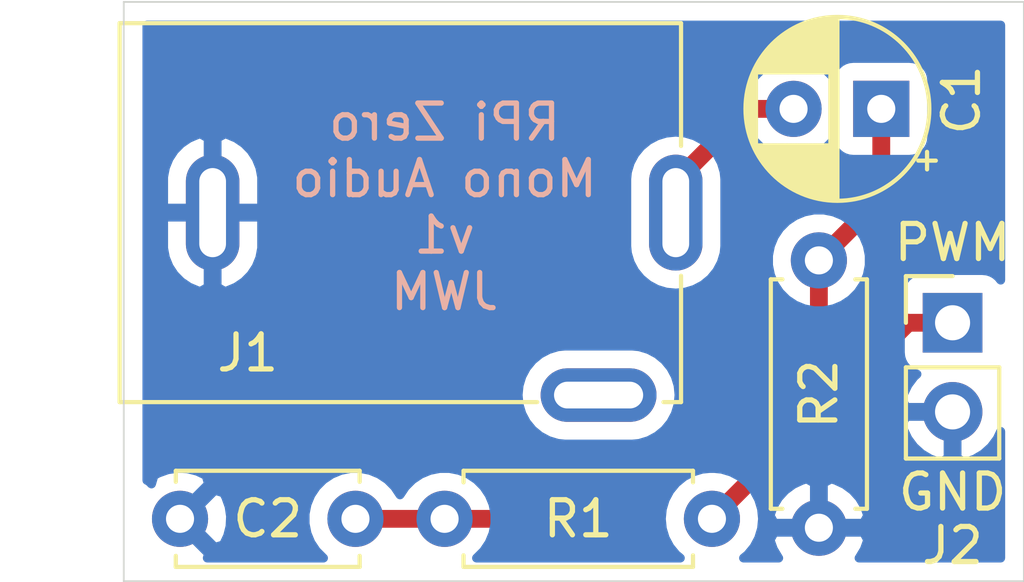
<source format=kicad_pcb>
(kicad_pcb (version 20171130) (host pcbnew "(5.1.2-1)-1")

  (general
    (thickness 1.6)
    (drawings 7)
    (tracks 12)
    (zones 0)
    (modules 6)
    (nets 6)
  )

  (page A4)
  (layers
    (0 F.Cu signal)
    (31 B.Cu signal)
    (32 B.Adhes user)
    (33 F.Adhes user)
    (34 B.Paste user)
    (35 F.Paste user)
    (36 B.SilkS user)
    (37 F.SilkS user)
    (38 B.Mask user)
    (39 F.Mask user)
    (40 Dwgs.User user)
    (41 Cmts.User user)
    (42 Eco1.User user)
    (43 Eco2.User user)
    (44 Edge.Cuts user)
    (45 Margin user)
    (46 B.CrtYd user)
    (47 F.CrtYd user)
    (48 B.Fab user)
    (49 F.Fab user)
  )

  (setup
    (last_trace_width 0.25)
    (trace_clearance 0.2)
    (zone_clearance 0.508)
    (zone_45_only no)
    (trace_min 0.2)
    (via_size 0.8)
    (via_drill 0.4)
    (via_min_size 0.4)
    (via_min_drill 0.3)
    (uvia_size 0.3)
    (uvia_drill 0.1)
    (uvias_allowed no)
    (uvia_min_size 0.2)
    (uvia_min_drill 0.1)
    (edge_width 0.05)
    (segment_width 0.2)
    (pcb_text_width 0.3)
    (pcb_text_size 1.5 1.5)
    (mod_edge_width 0.12)
    (mod_text_size 1 1)
    (mod_text_width 0.15)
    (pad_size 1.524 1.524)
    (pad_drill 0.762)
    (pad_to_mask_clearance 0.051)
    (solder_mask_min_width 0.25)
    (aux_axis_origin 0 0)
    (visible_elements FFFFFF7F)
    (pcbplotparams
      (layerselection 0x010f0_ffffffff)
      (usegerberextensions true)
      (usegerberattributes false)
      (usegerberadvancedattributes false)
      (creategerberjobfile false)
      (excludeedgelayer true)
      (linewidth 0.100000)
      (plotframeref false)
      (viasonmask false)
      (mode 1)
      (useauxorigin false)
      (hpglpennumber 1)
      (hpglpenspeed 20)
      (hpglpendiameter 15.000000)
      (psnegative false)
      (psa4output false)
      (plotreference true)
      (plotvalue false)
      (plotinvisibletext false)
      (padsonsilk false)
      (subtractmaskfromsilk true)
      (outputformat 1)
      (mirror false)
      (drillshape 0)
      (scaleselection 1)
      (outputdirectory "gerbers/"))
  )

  (net 0 "")
  (net 1 "Net-(C1-Pad2)")
  (net 2 "Net-(C1-Pad1)")
  (net 3 GND)
  (net 4 "Net-(J1-PadTN)")
  (net 5 /PWM)

  (net_class Default "This is the default net class."
    (clearance 0.2)
    (trace_width 0.25)
    (via_dia 0.8)
    (via_drill 0.4)
    (uvia_dia 0.3)
    (uvia_drill 0.1)
    (add_net /PWM)
    (add_net GND)
    (add_net "Net-(C1-Pad1)")
    (add_net "Net-(C1-Pad2)")
    (add_net "Net-(J1-PadTN)")
  )

  (module jwm_kicad_footprints_misc:Jack_3.5mm_QingPu_WQP-PJ302M_Horizontal (layer F.Cu) (tedit 5CB4115F) (tstamp 5CBB91AE)
    (at 149.361225 88.301)
    (descr "TRS 3.5mm, horizontal, PCB mount, WQP-PJ302M, (http://www.qingpu-electronics.com/en/products/WQP-PJ302M-57.html)")
    (tags "WQP-PJ302M TRS 3.5mm mono horizontal qingpu jack")
    (path /5CBAD191)
    (fp_text reference J1 (at -4.35 4) (layer F.SilkS)
      (effects (font (size 1 1) (thickness 0.15)))
    )
    (fp_text value AudioJack2_SwitchT (at 0.25 -4.25) (layer F.Fab)
      (effects (font (size 1 1) (thickness 0.15)))
    )
    (fp_line (start 3.5 6.5) (end 3.5 5) (layer B.CrtYd) (width 0.12))
    (fp_line (start 8 6.5) (end 3.5 6.5) (layer B.CrtYd) (width 0.12))
    (fp_line (start 8 4) (end 8 6.5) (layer B.CrtYd) (width 0.12))
    (fp_line (start 3.5 4) (end 8 4) (layer B.CrtYd) (width 0.12))
    (fp_line (start 3.5 5) (end 3.5 4) (layer B.CrtYd) (width 0.12))
    (fp_line (start 6.5 2) (end 6.5 0) (layer B.CrtYd) (width 0.12))
    (fp_line (start 9 2) (end 6.5 2) (layer B.CrtYd) (width 0.12))
    (fp_line (start 9 -2) (end 9 2) (layer B.CrtYd) (width 0.12))
    (fp_line (start 6.5 -2) (end 9 -2) (layer B.CrtYd) (width 0.12))
    (fp_line (start 6.5 0) (end 6.5 -2) (layer B.CrtYd) (width 0.12))
    (fp_line (start -6.5 2) (end -6.5 -1) (layer B.CrtYd) (width 0.12))
    (fp_line (start -4 2) (end -6.5 2) (layer B.CrtYd) (width 0.12))
    (fp_line (start -4 -2) (end -4 2) (layer B.CrtYd) (width 0.12))
    (fp_line (start -6.5 -2) (end -4 -2) (layer B.CrtYd) (width 0.12))
    (fp_line (start -6.5 -1) (end -6.5 -2) (layer B.CrtYd) (width 0.12))
    (fp_line (start 9 6.5) (end 9 0) (layer F.CrtYd) (width 0.12))
    (fp_line (start -8.5 6.5) (end 9 6.5) (layer F.CrtYd) (width 0.12))
    (fp_line (start -8.5 -6) (end -8.5 6.5) (layer F.CrtYd) (width 0.12))
    (fp_line (start 9 -6) (end -8.5 -6) (layer F.CrtYd) (width 0.12))
    (fp_line (start 9 0) (end 9 -6) (layer F.CrtYd) (width 0.12))
    (fp_line (start 3.9 5.4) (end -8 5.4) (layer F.SilkS) (width 0.12))
    (fp_line (start 8 5.4) (end 7.5 5.4) (layer F.SilkS) (width 0.12))
    (fp_line (start 8 1.8) (end 8 5.4) (layer F.SilkS) (width 0.12))
    (fp_line (start 8 -5.4) (end 8 -1.9) (layer F.SilkS) (width 0.12))
    (fp_line (start -8 -5.4) (end 8 -5.4) (layer F.SilkS) (width 0.12))
    (fp_line (start -8 5.4) (end -8 -5.4) (layer F.SilkS) (width 0.12))
    (fp_line (start -7.85 -5.2) (end -7.85 5.2) (layer F.Fab) (width 0.12))
    (fp_line (start 7.85 -5.2) (end -7.85 -5.2) (layer F.Fab) (width 0.12))
    (fp_line (start 7.85 5.2) (end 7.85 -5.2) (layer F.Fab) (width 0.12))
    (fp_line (start -7.85 5.2) (end 7.85 5.2) (layer F.Fab) (width 0.12))
    (fp_line (start -10.85 3) (end -11.35 -3) (layer Dwgs.User) (width 0.12))
    (fp_line (start -10.35 3) (end -10.85 3) (layer Dwgs.User) (width 0.12))
    (fp_line (start -10.85 -3) (end -10.35 3) (layer Dwgs.User) (width 0.12))
    (fp_line (start -10.35 -3) (end -10.85 -3) (layer Dwgs.User) (width 0.12))
    (fp_line (start -9.85 3) (end -10.35 -3) (layer Dwgs.User) (width 0.12))
    (fp_line (start -9.35 3) (end -9.85 3) (layer Dwgs.User) (width 0.12))
    (fp_line (start -9.85 -3) (end -9.35 3) (layer Dwgs.User) (width 0.12))
    (fp_line (start -9.35 -3) (end -9.85 -3) (layer Dwgs.User) (width 0.12))
    (fp_line (start -8.85 3) (end -9.35 -3) (layer Dwgs.User) (width 0.12))
    (fp_line (start -8.35 3) (end -8.85 3) (layer Dwgs.User) (width 0.12))
    (fp_line (start -8.85 -3) (end -8.35 3) (layer Dwgs.User) (width 0.12))
    (fp_line (start -8.35 -3) (end -8.85 -3) (layer Dwgs.User) (width 0.12))
    (fp_line (start -7.85 3) (end -8.35 -3) (layer Dwgs.User) (width 0.12))
    (fp_line (start -7.85 -3) (end -7.85 3) (layer Dwgs.User) (width 0.12))
    (fp_line (start -11.35 -3) (end -7.85 -3) (layer Dwgs.User) (width 0.12))
    (fp_line (start -11.35 3) (end -11.35 -3) (layer Dwgs.User) (width 0.12))
    (fp_line (start -7.85 3) (end -11.35 3) (layer Dwgs.User) (width 0.12))
    (pad S thru_hole oval (at -5.35 0) (size 1.524 3.302) (drill oval 0.762 2.54) (layers *.Cu *.Mask)
      (net 3 GND))
    (pad TN thru_hole oval (at 5.65 5.2) (size 3.302 1.524) (drill oval 2.54 0.762) (layers *.Cu *.Mask)
      (net 4 "Net-(J1-PadTN)"))
    (pad T thru_hole oval (at 7.85 0) (size 1.524 3.302) (drill oval 0.762 2.54) (layers *.Cu *.Mask)
      (net 1 "Net-(C1-Pad2)"))
  )

  (module Resistor_THT:R_Axial_DIN0207_L6.3mm_D2.5mm_P7.62mm_Horizontal (layer F.Cu) (tedit 5AE5139B) (tstamp 5CBB91F2)
    (at 161.29 89.662 270)
    (descr "Resistor, Axial_DIN0207 series, Axial, Horizontal, pin pitch=7.62mm, 0.25W = 1/4W, length*diameter=6.3*2.5mm^2, http://cdn-reichelt.de/documents/datenblatt/B400/1_4W%23YAG.pdf")
    (tags "Resistor Axial_DIN0207 series Axial Horizontal pin pitch 7.62mm 0.25W = 1/4W length 6.3mm diameter 2.5mm")
    (path /5CBAACD9)
    (fp_text reference R2 (at 3.81 0 270) (layer F.SilkS)
      (effects (font (size 1 1) (thickness 0.15)))
    )
    (fp_text value 150R (at 3.81 0 270) (layer F.Fab)
      (effects (font (size 1 1) (thickness 0.15)))
    )
    (fp_text user %R (at 3.81 0 270) (layer F.Fab)
      (effects (font (size 1 1) (thickness 0.15)))
    )
    (fp_line (start 8.67 -1.5) (end -1.05 -1.5) (layer F.CrtYd) (width 0.05))
    (fp_line (start 8.67 1.5) (end 8.67 -1.5) (layer F.CrtYd) (width 0.05))
    (fp_line (start -1.05 1.5) (end 8.67 1.5) (layer F.CrtYd) (width 0.05))
    (fp_line (start -1.05 -1.5) (end -1.05 1.5) (layer F.CrtYd) (width 0.05))
    (fp_line (start 7.08 1.37) (end 7.08 1.04) (layer F.SilkS) (width 0.12))
    (fp_line (start 0.54 1.37) (end 7.08 1.37) (layer F.SilkS) (width 0.12))
    (fp_line (start 0.54 1.04) (end 0.54 1.37) (layer F.SilkS) (width 0.12))
    (fp_line (start 7.08 -1.37) (end 7.08 -1.04) (layer F.SilkS) (width 0.12))
    (fp_line (start 0.54 -1.37) (end 7.08 -1.37) (layer F.SilkS) (width 0.12))
    (fp_line (start 0.54 -1.04) (end 0.54 -1.37) (layer F.SilkS) (width 0.12))
    (fp_line (start 7.62 0) (end 6.96 0) (layer F.Fab) (width 0.1))
    (fp_line (start 0 0) (end 0.66 0) (layer F.Fab) (width 0.1))
    (fp_line (start 6.96 -1.25) (end 0.66 -1.25) (layer F.Fab) (width 0.1))
    (fp_line (start 6.96 1.25) (end 6.96 -1.25) (layer F.Fab) (width 0.1))
    (fp_line (start 0.66 1.25) (end 6.96 1.25) (layer F.Fab) (width 0.1))
    (fp_line (start 0.66 -1.25) (end 0.66 1.25) (layer F.Fab) (width 0.1))
    (pad 2 thru_hole oval (at 7.62 0 270) (size 1.6 1.6) (drill 0.8) (layers *.Cu *.Mask)
      (net 3 GND))
    (pad 1 thru_hole circle (at 0 0 270) (size 1.6 1.6) (drill 0.8) (layers *.Cu *.Mask)
      (net 2 "Net-(C1-Pad1)"))
    (model ${KISYS3DMOD}/Resistor_THT.3dshapes/R_Axial_DIN0207_L6.3mm_D2.5mm_P7.62mm_Horizontal.wrl
      (at (xyz 0 0 0))
      (scale (xyz 1 1 1))
      (rotate (xyz 0 0 0))
    )
  )

  (module Resistor_THT:R_Axial_DIN0207_L6.3mm_D2.5mm_P7.62mm_Horizontal (layer F.Cu) (tedit 5AE5139B) (tstamp 5CBB91DB)
    (at 150.622 97.028)
    (descr "Resistor, Axial_DIN0207 series, Axial, Horizontal, pin pitch=7.62mm, 0.25W = 1/4W, length*diameter=6.3*2.5mm^2, http://cdn-reichelt.de/documents/datenblatt/B400/1_4W%23YAG.pdf")
    (tags "Resistor Axial_DIN0207 series Axial Horizontal pin pitch 7.62mm 0.25W = 1/4W length 6.3mm diameter 2.5mm")
    (path /5CBA9751)
    (fp_text reference R1 (at 3.81 0) (layer F.SilkS)
      (effects (font (size 1 1) (thickness 0.15)))
    )
    (fp_text value 270R (at 3.81 0) (layer F.Fab)
      (effects (font (size 1 1) (thickness 0.15)))
    )
    (fp_text user %R (at 3.81 0) (layer F.Fab)
      (effects (font (size 1 1) (thickness 0.15)))
    )
    (fp_line (start 8.67 -1.5) (end -1.05 -1.5) (layer F.CrtYd) (width 0.05))
    (fp_line (start 8.67 1.5) (end 8.67 -1.5) (layer F.CrtYd) (width 0.05))
    (fp_line (start -1.05 1.5) (end 8.67 1.5) (layer F.CrtYd) (width 0.05))
    (fp_line (start -1.05 -1.5) (end -1.05 1.5) (layer F.CrtYd) (width 0.05))
    (fp_line (start 7.08 1.37) (end 7.08 1.04) (layer F.SilkS) (width 0.12))
    (fp_line (start 0.54 1.37) (end 7.08 1.37) (layer F.SilkS) (width 0.12))
    (fp_line (start 0.54 1.04) (end 0.54 1.37) (layer F.SilkS) (width 0.12))
    (fp_line (start 7.08 -1.37) (end 7.08 -1.04) (layer F.SilkS) (width 0.12))
    (fp_line (start 0.54 -1.37) (end 7.08 -1.37) (layer F.SilkS) (width 0.12))
    (fp_line (start 0.54 -1.04) (end 0.54 -1.37) (layer F.SilkS) (width 0.12))
    (fp_line (start 7.62 0) (end 6.96 0) (layer F.Fab) (width 0.1))
    (fp_line (start 0 0) (end 0.66 0) (layer F.Fab) (width 0.1))
    (fp_line (start 6.96 -1.25) (end 0.66 -1.25) (layer F.Fab) (width 0.1))
    (fp_line (start 6.96 1.25) (end 6.96 -1.25) (layer F.Fab) (width 0.1))
    (fp_line (start 0.66 1.25) (end 6.96 1.25) (layer F.Fab) (width 0.1))
    (fp_line (start 0.66 -1.25) (end 0.66 1.25) (layer F.Fab) (width 0.1))
    (pad 2 thru_hole oval (at 7.62 0) (size 1.6 1.6) (drill 0.8) (layers *.Cu *.Mask)
      (net 5 /PWM))
    (pad 1 thru_hole circle (at 0 0) (size 1.6 1.6) (drill 0.8) (layers *.Cu *.Mask)
      (net 2 "Net-(C1-Pad1)"))
    (model ${KISYS3DMOD}/Resistor_THT.3dshapes/R_Axial_DIN0207_L6.3mm_D2.5mm_P7.62mm_Horizontal.wrl
      (at (xyz 0 0 0))
      (scale (xyz 1 1 1))
      (rotate (xyz 0 0 0))
    )
  )

  (module Connector_PinHeader_2.54mm:PinHeader_1x02_P2.54mm_Vertical (layer F.Cu) (tedit 59FED5CC) (tstamp 5CBB91C4)
    (at 165.1 91.44)
    (descr "Through hole straight pin header, 1x02, 2.54mm pitch, single row")
    (tags "Through hole pin header THT 1x02 2.54mm single row")
    (path /5CBB3BFC)
    (fp_text reference J2 (at 0 6.35) (layer F.SilkS)
      (effects (font (size 1 1) (thickness 0.15)))
    )
    (fp_text value Conn_01x02 (at 0 4.87) (layer F.Fab) hide
      (effects (font (size 1 1) (thickness 0.15)))
    )
    (fp_text user %R (at 0 1.27 90) (layer F.Fab)
      (effects (font (size 1 1) (thickness 0.15)))
    )
    (fp_line (start 1.8 -1.8) (end -1.8 -1.8) (layer F.CrtYd) (width 0.05))
    (fp_line (start 1.8 4.35) (end 1.8 -1.8) (layer F.CrtYd) (width 0.05))
    (fp_line (start -1.8 4.35) (end 1.8 4.35) (layer F.CrtYd) (width 0.05))
    (fp_line (start -1.8 -1.8) (end -1.8 4.35) (layer F.CrtYd) (width 0.05))
    (fp_line (start -1.33 -1.33) (end 0 -1.33) (layer F.SilkS) (width 0.12))
    (fp_line (start -1.33 0) (end -1.33 -1.33) (layer F.SilkS) (width 0.12))
    (fp_line (start -1.33 1.27) (end 1.33 1.27) (layer F.SilkS) (width 0.12))
    (fp_line (start 1.33 1.27) (end 1.33 3.87) (layer F.SilkS) (width 0.12))
    (fp_line (start -1.33 1.27) (end -1.33 3.87) (layer F.SilkS) (width 0.12))
    (fp_line (start -1.33 3.87) (end 1.33 3.87) (layer F.SilkS) (width 0.12))
    (fp_line (start -1.27 -0.635) (end -0.635 -1.27) (layer F.Fab) (width 0.1))
    (fp_line (start -1.27 3.81) (end -1.27 -0.635) (layer F.Fab) (width 0.1))
    (fp_line (start 1.27 3.81) (end -1.27 3.81) (layer F.Fab) (width 0.1))
    (fp_line (start 1.27 -1.27) (end 1.27 3.81) (layer F.Fab) (width 0.1))
    (fp_line (start -0.635 -1.27) (end 1.27 -1.27) (layer F.Fab) (width 0.1))
    (pad 2 thru_hole oval (at 0 2.54) (size 1.7 1.7) (drill 1) (layers *.Cu *.Mask)
      (net 3 GND))
    (pad 1 thru_hole rect (at 0 0) (size 1.7 1.7) (drill 1) (layers *.Cu *.Mask)
      (net 5 /PWM))
    (model ${KISYS3DMOD}/Connector_PinHeader_2.54mm.3dshapes/PinHeader_1x02_P2.54mm_Horizontal.wrl
      (at (xyz 0 0 0))
      (scale (xyz 1 1 1))
      (rotate (xyz 0 0 0))
    )
  )

  (module Capacitor_THT:C_Disc_D5.0mm_W2.5mm_P5.00mm (layer F.Cu) (tedit 5AE50EF0) (tstamp 5CBB9178)
    (at 148.082 97.028 180)
    (descr "C, Disc series, Radial, pin pitch=5.00mm, , diameter*width=5*2.5mm^2, Capacitor, http://cdn-reichelt.de/documents/datenblatt/B300/DS_KERKO_TC.pdf")
    (tags "C Disc series Radial pin pitch 5.00mm  diameter 5mm width 2.5mm Capacitor")
    (path /5CBAB3ED)
    (fp_text reference C2 (at 2.5 0 180) (layer F.SilkS)
      (effects (font (size 1 1) (thickness 0.15)))
    )
    (fp_text value 0.33uF (at 2.5 0 180) (layer F.Fab)
      (effects (font (size 1 1) (thickness 0.15)))
    )
    (fp_text user %R (at 2.5 0 180) (layer F.Fab)
      (effects (font (size 1 1) (thickness 0.15)))
    )
    (fp_line (start 6.05 -1.5) (end -1.05 -1.5) (layer F.CrtYd) (width 0.05))
    (fp_line (start 6.05 1.5) (end 6.05 -1.5) (layer F.CrtYd) (width 0.05))
    (fp_line (start -1.05 1.5) (end 6.05 1.5) (layer F.CrtYd) (width 0.05))
    (fp_line (start -1.05 -1.5) (end -1.05 1.5) (layer F.CrtYd) (width 0.05))
    (fp_line (start 5.12 1.055) (end 5.12 1.37) (layer F.SilkS) (width 0.12))
    (fp_line (start 5.12 -1.37) (end 5.12 -1.055) (layer F.SilkS) (width 0.12))
    (fp_line (start -0.12 1.055) (end -0.12 1.37) (layer F.SilkS) (width 0.12))
    (fp_line (start -0.12 -1.37) (end -0.12 -1.055) (layer F.SilkS) (width 0.12))
    (fp_line (start -0.12 1.37) (end 5.12 1.37) (layer F.SilkS) (width 0.12))
    (fp_line (start -0.12 -1.37) (end 5.12 -1.37) (layer F.SilkS) (width 0.12))
    (fp_line (start 5 -1.25) (end 0 -1.25) (layer F.Fab) (width 0.1))
    (fp_line (start 5 1.25) (end 5 -1.25) (layer F.Fab) (width 0.1))
    (fp_line (start 0 1.25) (end 5 1.25) (layer F.Fab) (width 0.1))
    (fp_line (start 0 -1.25) (end 0 1.25) (layer F.Fab) (width 0.1))
    (pad 2 thru_hole circle (at 5 0 180) (size 1.6 1.6) (drill 0.8) (layers *.Cu *.Mask)
      (net 3 GND))
    (pad 1 thru_hole circle (at 0 0 180) (size 1.6 1.6) (drill 0.8) (layers *.Cu *.Mask)
      (net 2 "Net-(C1-Pad1)"))
    (model ${KISYS3DMOD}/Capacitor_THT.3dshapes/C_Disc_D5.0mm_W2.5mm_P5.00mm.wrl
      (at (xyz 0 0 0))
      (scale (xyz 1 1 1))
      (rotate (xyz 0 0 0))
    )
  )

  (module Capacitor_THT:CP_Radial_D5.0mm_P2.50mm (layer F.Cu) (tedit 5AE50EF0) (tstamp 5CBB9163)
    (at 163.068 85.344 180)
    (descr "CP, Radial series, Radial, pin pitch=2.50mm, , diameter=5mm, Electrolytic Capacitor")
    (tags "CP Radial series Radial pin pitch 2.50mm  diameter 5mm Electrolytic Capacitor")
    (path /5CBAC75B)
    (fp_text reference C1 (at -2.286 0.254 270) (layer F.SilkS)
      (effects (font (size 1 1) (thickness 0.15)))
    )
    (fp_text value 10uF (at 1.27 1.27 180) (layer F.Fab)
      (effects (font (size 1 1) (thickness 0.15)))
    )
    (fp_text user %R (at 1.25 0 180) (layer F.Fab)
      (effects (font (size 1 1) (thickness 0.15)))
    )
    (fp_line (start -1.304775 -1.725) (end -1.304775 -1.225) (layer F.SilkS) (width 0.12))
    (fp_line (start -1.554775 -1.475) (end -1.054775 -1.475) (layer F.SilkS) (width 0.12))
    (fp_line (start 3.851 -0.284) (end 3.851 0.284) (layer F.SilkS) (width 0.12))
    (fp_line (start 3.811 -0.518) (end 3.811 0.518) (layer F.SilkS) (width 0.12))
    (fp_line (start 3.771 -0.677) (end 3.771 0.677) (layer F.SilkS) (width 0.12))
    (fp_line (start 3.731 -0.805) (end 3.731 0.805) (layer F.SilkS) (width 0.12))
    (fp_line (start 3.691 -0.915) (end 3.691 0.915) (layer F.SilkS) (width 0.12))
    (fp_line (start 3.651 -1.011) (end 3.651 1.011) (layer F.SilkS) (width 0.12))
    (fp_line (start 3.611 -1.098) (end 3.611 1.098) (layer F.SilkS) (width 0.12))
    (fp_line (start 3.571 -1.178) (end 3.571 1.178) (layer F.SilkS) (width 0.12))
    (fp_line (start 3.531 1.04) (end 3.531 1.251) (layer F.SilkS) (width 0.12))
    (fp_line (start 3.531 -1.251) (end 3.531 -1.04) (layer F.SilkS) (width 0.12))
    (fp_line (start 3.491 1.04) (end 3.491 1.319) (layer F.SilkS) (width 0.12))
    (fp_line (start 3.491 -1.319) (end 3.491 -1.04) (layer F.SilkS) (width 0.12))
    (fp_line (start 3.451 1.04) (end 3.451 1.383) (layer F.SilkS) (width 0.12))
    (fp_line (start 3.451 -1.383) (end 3.451 -1.04) (layer F.SilkS) (width 0.12))
    (fp_line (start 3.411 1.04) (end 3.411 1.443) (layer F.SilkS) (width 0.12))
    (fp_line (start 3.411 -1.443) (end 3.411 -1.04) (layer F.SilkS) (width 0.12))
    (fp_line (start 3.371 1.04) (end 3.371 1.5) (layer F.SilkS) (width 0.12))
    (fp_line (start 3.371 -1.5) (end 3.371 -1.04) (layer F.SilkS) (width 0.12))
    (fp_line (start 3.331 1.04) (end 3.331 1.554) (layer F.SilkS) (width 0.12))
    (fp_line (start 3.331 -1.554) (end 3.331 -1.04) (layer F.SilkS) (width 0.12))
    (fp_line (start 3.291 1.04) (end 3.291 1.605) (layer F.SilkS) (width 0.12))
    (fp_line (start 3.291 -1.605) (end 3.291 -1.04) (layer F.SilkS) (width 0.12))
    (fp_line (start 3.251 1.04) (end 3.251 1.653) (layer F.SilkS) (width 0.12))
    (fp_line (start 3.251 -1.653) (end 3.251 -1.04) (layer F.SilkS) (width 0.12))
    (fp_line (start 3.211 1.04) (end 3.211 1.699) (layer F.SilkS) (width 0.12))
    (fp_line (start 3.211 -1.699) (end 3.211 -1.04) (layer F.SilkS) (width 0.12))
    (fp_line (start 3.171 1.04) (end 3.171 1.743) (layer F.SilkS) (width 0.12))
    (fp_line (start 3.171 -1.743) (end 3.171 -1.04) (layer F.SilkS) (width 0.12))
    (fp_line (start 3.131 1.04) (end 3.131 1.785) (layer F.SilkS) (width 0.12))
    (fp_line (start 3.131 -1.785) (end 3.131 -1.04) (layer F.SilkS) (width 0.12))
    (fp_line (start 3.091 1.04) (end 3.091 1.826) (layer F.SilkS) (width 0.12))
    (fp_line (start 3.091 -1.826) (end 3.091 -1.04) (layer F.SilkS) (width 0.12))
    (fp_line (start 3.051 1.04) (end 3.051 1.864) (layer F.SilkS) (width 0.12))
    (fp_line (start 3.051 -1.864) (end 3.051 -1.04) (layer F.SilkS) (width 0.12))
    (fp_line (start 3.011 1.04) (end 3.011 1.901) (layer F.SilkS) (width 0.12))
    (fp_line (start 3.011 -1.901) (end 3.011 -1.04) (layer F.SilkS) (width 0.12))
    (fp_line (start 2.971 1.04) (end 2.971 1.937) (layer F.SilkS) (width 0.12))
    (fp_line (start 2.971 -1.937) (end 2.971 -1.04) (layer F.SilkS) (width 0.12))
    (fp_line (start 2.931 1.04) (end 2.931 1.971) (layer F.SilkS) (width 0.12))
    (fp_line (start 2.931 -1.971) (end 2.931 -1.04) (layer F.SilkS) (width 0.12))
    (fp_line (start 2.891 1.04) (end 2.891 2.004) (layer F.SilkS) (width 0.12))
    (fp_line (start 2.891 -2.004) (end 2.891 -1.04) (layer F.SilkS) (width 0.12))
    (fp_line (start 2.851 1.04) (end 2.851 2.035) (layer F.SilkS) (width 0.12))
    (fp_line (start 2.851 -2.035) (end 2.851 -1.04) (layer F.SilkS) (width 0.12))
    (fp_line (start 2.811 1.04) (end 2.811 2.065) (layer F.SilkS) (width 0.12))
    (fp_line (start 2.811 -2.065) (end 2.811 -1.04) (layer F.SilkS) (width 0.12))
    (fp_line (start 2.771 1.04) (end 2.771 2.095) (layer F.SilkS) (width 0.12))
    (fp_line (start 2.771 -2.095) (end 2.771 -1.04) (layer F.SilkS) (width 0.12))
    (fp_line (start 2.731 1.04) (end 2.731 2.122) (layer F.SilkS) (width 0.12))
    (fp_line (start 2.731 -2.122) (end 2.731 -1.04) (layer F.SilkS) (width 0.12))
    (fp_line (start 2.691 1.04) (end 2.691 2.149) (layer F.SilkS) (width 0.12))
    (fp_line (start 2.691 -2.149) (end 2.691 -1.04) (layer F.SilkS) (width 0.12))
    (fp_line (start 2.651 1.04) (end 2.651 2.175) (layer F.SilkS) (width 0.12))
    (fp_line (start 2.651 -2.175) (end 2.651 -1.04) (layer F.SilkS) (width 0.12))
    (fp_line (start 2.611 1.04) (end 2.611 2.2) (layer F.SilkS) (width 0.12))
    (fp_line (start 2.611 -2.2) (end 2.611 -1.04) (layer F.SilkS) (width 0.12))
    (fp_line (start 2.571 1.04) (end 2.571 2.224) (layer F.SilkS) (width 0.12))
    (fp_line (start 2.571 -2.224) (end 2.571 -1.04) (layer F.SilkS) (width 0.12))
    (fp_line (start 2.531 1.04) (end 2.531 2.247) (layer F.SilkS) (width 0.12))
    (fp_line (start 2.531 -2.247) (end 2.531 -1.04) (layer F.SilkS) (width 0.12))
    (fp_line (start 2.491 1.04) (end 2.491 2.268) (layer F.SilkS) (width 0.12))
    (fp_line (start 2.491 -2.268) (end 2.491 -1.04) (layer F.SilkS) (width 0.12))
    (fp_line (start 2.451 1.04) (end 2.451 2.29) (layer F.SilkS) (width 0.12))
    (fp_line (start 2.451 -2.29) (end 2.451 -1.04) (layer F.SilkS) (width 0.12))
    (fp_line (start 2.411 1.04) (end 2.411 2.31) (layer F.SilkS) (width 0.12))
    (fp_line (start 2.411 -2.31) (end 2.411 -1.04) (layer F.SilkS) (width 0.12))
    (fp_line (start 2.371 1.04) (end 2.371 2.329) (layer F.SilkS) (width 0.12))
    (fp_line (start 2.371 -2.329) (end 2.371 -1.04) (layer F.SilkS) (width 0.12))
    (fp_line (start 2.331 1.04) (end 2.331 2.348) (layer F.SilkS) (width 0.12))
    (fp_line (start 2.331 -2.348) (end 2.331 -1.04) (layer F.SilkS) (width 0.12))
    (fp_line (start 2.291 1.04) (end 2.291 2.365) (layer F.SilkS) (width 0.12))
    (fp_line (start 2.291 -2.365) (end 2.291 -1.04) (layer F.SilkS) (width 0.12))
    (fp_line (start 2.251 1.04) (end 2.251 2.382) (layer F.SilkS) (width 0.12))
    (fp_line (start 2.251 -2.382) (end 2.251 -1.04) (layer F.SilkS) (width 0.12))
    (fp_line (start 2.211 1.04) (end 2.211 2.398) (layer F.SilkS) (width 0.12))
    (fp_line (start 2.211 -2.398) (end 2.211 -1.04) (layer F.SilkS) (width 0.12))
    (fp_line (start 2.171 1.04) (end 2.171 2.414) (layer F.SilkS) (width 0.12))
    (fp_line (start 2.171 -2.414) (end 2.171 -1.04) (layer F.SilkS) (width 0.12))
    (fp_line (start 2.131 1.04) (end 2.131 2.428) (layer F.SilkS) (width 0.12))
    (fp_line (start 2.131 -2.428) (end 2.131 -1.04) (layer F.SilkS) (width 0.12))
    (fp_line (start 2.091 1.04) (end 2.091 2.442) (layer F.SilkS) (width 0.12))
    (fp_line (start 2.091 -2.442) (end 2.091 -1.04) (layer F.SilkS) (width 0.12))
    (fp_line (start 2.051 1.04) (end 2.051 2.455) (layer F.SilkS) (width 0.12))
    (fp_line (start 2.051 -2.455) (end 2.051 -1.04) (layer F.SilkS) (width 0.12))
    (fp_line (start 2.011 1.04) (end 2.011 2.468) (layer F.SilkS) (width 0.12))
    (fp_line (start 2.011 -2.468) (end 2.011 -1.04) (layer F.SilkS) (width 0.12))
    (fp_line (start 1.971 1.04) (end 1.971 2.48) (layer F.SilkS) (width 0.12))
    (fp_line (start 1.971 -2.48) (end 1.971 -1.04) (layer F.SilkS) (width 0.12))
    (fp_line (start 1.93 1.04) (end 1.93 2.491) (layer F.SilkS) (width 0.12))
    (fp_line (start 1.93 -2.491) (end 1.93 -1.04) (layer F.SilkS) (width 0.12))
    (fp_line (start 1.89 1.04) (end 1.89 2.501) (layer F.SilkS) (width 0.12))
    (fp_line (start 1.89 -2.501) (end 1.89 -1.04) (layer F.SilkS) (width 0.12))
    (fp_line (start 1.85 1.04) (end 1.85 2.511) (layer F.SilkS) (width 0.12))
    (fp_line (start 1.85 -2.511) (end 1.85 -1.04) (layer F.SilkS) (width 0.12))
    (fp_line (start 1.81 1.04) (end 1.81 2.52) (layer F.SilkS) (width 0.12))
    (fp_line (start 1.81 -2.52) (end 1.81 -1.04) (layer F.SilkS) (width 0.12))
    (fp_line (start 1.77 1.04) (end 1.77 2.528) (layer F.SilkS) (width 0.12))
    (fp_line (start 1.77 -2.528) (end 1.77 -1.04) (layer F.SilkS) (width 0.12))
    (fp_line (start 1.73 1.04) (end 1.73 2.536) (layer F.SilkS) (width 0.12))
    (fp_line (start 1.73 -2.536) (end 1.73 -1.04) (layer F.SilkS) (width 0.12))
    (fp_line (start 1.69 1.04) (end 1.69 2.543) (layer F.SilkS) (width 0.12))
    (fp_line (start 1.69 -2.543) (end 1.69 -1.04) (layer F.SilkS) (width 0.12))
    (fp_line (start 1.65 1.04) (end 1.65 2.55) (layer F.SilkS) (width 0.12))
    (fp_line (start 1.65 -2.55) (end 1.65 -1.04) (layer F.SilkS) (width 0.12))
    (fp_line (start 1.61 1.04) (end 1.61 2.556) (layer F.SilkS) (width 0.12))
    (fp_line (start 1.61 -2.556) (end 1.61 -1.04) (layer F.SilkS) (width 0.12))
    (fp_line (start 1.57 1.04) (end 1.57 2.561) (layer F.SilkS) (width 0.12))
    (fp_line (start 1.57 -2.561) (end 1.57 -1.04) (layer F.SilkS) (width 0.12))
    (fp_line (start 1.53 1.04) (end 1.53 2.565) (layer F.SilkS) (width 0.12))
    (fp_line (start 1.53 -2.565) (end 1.53 -1.04) (layer F.SilkS) (width 0.12))
    (fp_line (start 1.49 1.04) (end 1.49 2.569) (layer F.SilkS) (width 0.12))
    (fp_line (start 1.49 -2.569) (end 1.49 -1.04) (layer F.SilkS) (width 0.12))
    (fp_line (start 1.45 -2.573) (end 1.45 2.573) (layer F.SilkS) (width 0.12))
    (fp_line (start 1.41 -2.576) (end 1.41 2.576) (layer F.SilkS) (width 0.12))
    (fp_line (start 1.37 -2.578) (end 1.37 2.578) (layer F.SilkS) (width 0.12))
    (fp_line (start 1.33 -2.579) (end 1.33 2.579) (layer F.SilkS) (width 0.12))
    (fp_line (start 1.29 -2.58) (end 1.29 2.58) (layer F.SilkS) (width 0.12))
    (fp_line (start 1.25 -2.58) (end 1.25 2.58) (layer F.SilkS) (width 0.12))
    (fp_line (start -0.633605 -1.3375) (end -0.633605 -0.8375) (layer F.Fab) (width 0.1))
    (fp_line (start -0.883605 -1.0875) (end -0.383605 -1.0875) (layer F.Fab) (width 0.1))
    (fp_circle (center 1.25 0) (end 4 0) (layer F.CrtYd) (width 0.05))
    (fp_circle (center 1.25 0) (end 3.87 0) (layer F.SilkS) (width 0.12))
    (fp_circle (center 1.25 0) (end 3.75 0) (layer F.Fab) (width 0.1))
    (pad 2 thru_hole circle (at 2.5 0 180) (size 1.6 1.6) (drill 0.8) (layers *.Cu *.Mask)
      (net 1 "Net-(C1-Pad2)"))
    (pad 1 thru_hole rect (at 0 0 180) (size 1.6 1.6) (drill 0.8) (layers *.Cu *.Mask)
      (net 2 "Net-(C1-Pad1)"))
    (model ${KISYS3DMOD}/Capacitor_THT.3dshapes/CP_Radial_D5.0mm_P2.50mm.wrl
      (at (xyz 0 0 0))
      (scale (xyz 1 1 1))
      (rotate (xyz 0 0 0))
    )
  )

  (gr_text PWM (at 165.1 89.154) (layer F.SilkS)
    (effects (font (size 1 1) (thickness 0.15)))
  )
  (gr_text GND (at 165.1 96.266) (layer F.SilkS)
    (effects (font (size 1 1) (thickness 0.15)))
  )
  (gr_text "RPi Zero\nMono Audio\nv1\nJWM" (at 150.622 88.138) (layer B.SilkS)
    (effects (font (size 1 1) (thickness 0.15)) (justify mirror))
  )
  (gr_line (start 167.132 98.806) (end 141.478 98.806) (layer Edge.Cuts) (width 0.05) (tstamp 5CBB9D7F))
  (gr_line (start 167.132 82.296) (end 167.132 98.806) (layer Edge.Cuts) (width 0.05))
  (gr_line (start 141.478 82.296) (end 167.132 82.296) (layer Edge.Cuts) (width 0.05))
  (gr_line (start 141.478 98.806) (end 141.478 82.296) (layer Edge.Cuts) (width 0.05))

  (segment (start 159.43663 85.344) (end 160.568 85.344) (width 0.508) (layer F.Cu) (net 1))
  (segment (start 159.279225 85.344) (end 159.43663 85.344) (width 0.508) (layer F.Cu) (net 1))
  (segment (start 157.211225 87.412) (end 159.279225 85.344) (width 0.508) (layer F.Cu) (net 1))
  (segment (start 157.211225 88.301) (end 157.211225 87.412) (width 0.25) (layer F.Cu) (net 1))
  (segment (start 148.082 97.028) (end 150.622 97.028) (width 0.508) (layer F.Cu) (net 2))
  (segment (start 163.068 87.884) (end 161.29 89.662) (width 0.508) (layer F.Cu) (net 2))
  (segment (start 163.068 85.344) (end 163.068 87.884) (width 0.508) (layer F.Cu) (net 2))
  (segment (start 150.622 97.028) (end 155.448 97.028) (width 0.508) (layer F.Cu) (net 2))
  (segment (start 161.29 91.186) (end 161.29 89.662) (width 0.508) (layer F.Cu) (net 2))
  (segment (start 155.448 97.028) (end 161.29 91.186) (width 0.508) (layer F.Cu) (net 2))
  (segment (start 163.83 91.44) (end 165.1 91.44) (width 0.508) (layer F.Cu) (net 5))
  (segment (start 158.242 97.028) (end 163.83 91.44) (width 0.508) (layer F.Cu) (net 5))

  (zone (net 3) (net_name GND) (layer B.Cu) (tstamp 5CBBA387) (hatch edge 0.508)
    (connect_pads (clearance 0.508))
    (min_thickness 0.254)
    (fill yes (arc_segments 32) (thermal_gap 0.508) (thermal_bridge_width 0.508))
    (polygon
      (pts
        (xy 141.478 98.806) (xy 141.478 82.296) (xy 167.132 82.296) (xy 167.132 98.806)
      )
    )
    (filled_polygon
      (pts
        (xy 166.472 90.225104) (xy 166.401185 90.138815) (xy 166.304494 90.059463) (xy 166.19418 90.000498) (xy 166.074482 89.964188)
        (xy 165.95 89.951928) (xy 164.25 89.951928) (xy 164.125518 89.964188) (xy 164.00582 90.000498) (xy 163.895506 90.059463)
        (xy 163.798815 90.138815) (xy 163.719463 90.235506) (xy 163.660498 90.34582) (xy 163.624188 90.465518) (xy 163.611928 90.59)
        (xy 163.611928 92.29) (xy 163.624188 92.414482) (xy 163.660498 92.53418) (xy 163.719463 92.644494) (xy 163.798815 92.741185)
        (xy 163.895506 92.820537) (xy 164.00582 92.879502) (xy 164.086466 92.903966) (xy 164.002412 92.979731) (xy 163.828359 93.21308)
        (xy 163.703175 93.475901) (xy 163.658524 93.62311) (xy 163.779845 93.853) (xy 164.973 93.853) (xy 164.973 93.833)
        (xy 165.227 93.833) (xy 165.227 93.853) (xy 165.247 93.853) (xy 165.247 94.107) (xy 165.227 94.107)
        (xy 165.227 95.300814) (xy 165.456891 95.421481) (xy 165.731252 95.324157) (xy 165.981355 95.175178) (xy 166.197588 94.980269)
        (xy 166.371641 94.74692) (xy 166.472001 94.536217) (xy 166.472001 98.146) (xy 162.434342 98.146) (xy 162.442385 98.137131)
        (xy 162.58707 97.895881) (xy 162.681909 97.63104) (xy 162.560624 97.409) (xy 161.417 97.409) (xy 161.417 97.429)
        (xy 161.163 97.429) (xy 161.163 97.409) (xy 160.019376 97.409) (xy 159.898091 97.63104) (xy 159.99293 97.895881)
        (xy 160.137615 98.137131) (xy 160.145658 98.146) (xy 159.141717 98.146) (xy 159.261608 98.047608) (xy 159.440932 97.829101)
        (xy 159.574182 97.579808) (xy 159.656236 97.309309) (xy 159.683943 97.028) (xy 159.674583 96.93296) (xy 159.898091 96.93296)
        (xy 160.019376 97.155) (xy 161.163 97.155) (xy 161.163 96.012085) (xy 161.417 96.012085) (xy 161.417 97.155)
        (xy 162.560624 97.155) (xy 162.681909 96.93296) (xy 162.58707 96.668119) (xy 162.442385 96.426869) (xy 162.253414 96.218481)
        (xy 162.02742 96.050963) (xy 161.773087 95.930754) (xy 161.639039 95.890096) (xy 161.417 96.012085) (xy 161.163 96.012085)
        (xy 160.940961 95.890096) (xy 160.806913 95.930754) (xy 160.55258 96.050963) (xy 160.326586 96.218481) (xy 160.137615 96.426869)
        (xy 159.99293 96.668119) (xy 159.898091 96.93296) (xy 159.674583 96.93296) (xy 159.656236 96.746691) (xy 159.574182 96.476192)
        (xy 159.440932 96.226899) (xy 159.261608 96.008392) (xy 159.043101 95.829068) (xy 158.793808 95.695818) (xy 158.523309 95.613764)
        (xy 158.312492 95.593) (xy 158.171508 95.593) (xy 157.960691 95.613764) (xy 157.690192 95.695818) (xy 157.440899 95.829068)
        (xy 157.222392 96.008392) (xy 157.043068 96.226899) (xy 156.909818 96.476192) (xy 156.827764 96.746691) (xy 156.800057 97.028)
        (xy 156.827764 97.309309) (xy 156.909818 97.579808) (xy 157.043068 97.829101) (xy 157.222392 98.047608) (xy 157.342283 98.146)
        (xy 151.531726 98.146) (xy 151.536759 98.142637) (xy 151.736637 97.942759) (xy 151.89368 97.707727) (xy 152.001853 97.446574)
        (xy 152.057 97.169335) (xy 152.057 96.886665) (xy 152.001853 96.609426) (xy 151.89368 96.348273) (xy 151.736637 96.113241)
        (xy 151.536759 95.913363) (xy 151.301727 95.75632) (xy 151.040574 95.648147) (xy 150.763335 95.593) (xy 150.480665 95.593)
        (xy 150.203426 95.648147) (xy 149.942273 95.75632) (xy 149.707241 95.913363) (xy 149.507363 96.113241) (xy 149.352 96.345759)
        (xy 149.196637 96.113241) (xy 148.996759 95.913363) (xy 148.761727 95.75632) (xy 148.500574 95.648147) (xy 148.223335 95.593)
        (xy 147.940665 95.593) (xy 147.663426 95.648147) (xy 147.402273 95.75632) (xy 147.167241 95.913363) (xy 146.967363 96.113241)
        (xy 146.81032 96.348273) (xy 146.702147 96.609426) (xy 146.647 96.886665) (xy 146.647 97.169335) (xy 146.702147 97.446574)
        (xy 146.81032 97.707727) (xy 146.967363 97.942759) (xy 147.167241 98.142637) (xy 147.172274 98.146) (xy 143.858333 98.146)
        (xy 143.895097 98.020702) (xy 143.082 97.207605) (xy 143.067858 97.221748) (xy 142.888253 97.042143) (xy 142.902395 97.028)
        (xy 143.261605 97.028) (xy 144.074702 97.841097) (xy 144.318671 97.769514) (xy 144.439571 97.514004) (xy 144.5083 97.239816)
        (xy 144.522217 96.957488) (xy 144.480787 96.67787) (xy 144.385603 96.411708) (xy 144.318671 96.286486) (xy 144.074702 96.214903)
        (xy 143.261605 97.028) (xy 142.902395 97.028) (xy 142.888253 97.013858) (xy 143.067858 96.834253) (xy 143.082 96.848395)
        (xy 143.895097 96.035298) (xy 143.823514 95.791329) (xy 143.568004 95.670429) (xy 143.293816 95.6017) (xy 143.011488 95.587783)
        (xy 142.73187 95.629213) (xy 142.465708 95.724397) (xy 142.340486 95.791329) (xy 142.268903 96.035296) (xy 142.15263 95.919023)
        (xy 142.138 95.933653) (xy 142.138 93.501) (xy 152.718466 93.501) (xy 152.745439 93.77486) (xy 152.825321 94.038195)
        (xy 152.955042 94.280887) (xy 153.129617 94.493608) (xy 153.342338 94.668183) (xy 153.58503 94.797904) (xy 153.848365 94.877786)
        (xy 154.0536 94.898) (xy 155.96885 94.898) (xy 156.174085 94.877786) (xy 156.43742 94.797904) (xy 156.680112 94.668183)
        (xy 156.892833 94.493608) (xy 157.021447 94.33689) (xy 163.658524 94.33689) (xy 163.703175 94.484099) (xy 163.828359 94.74692)
        (xy 164.002412 94.980269) (xy 164.218645 95.175178) (xy 164.468748 95.324157) (xy 164.743109 95.421481) (xy 164.973 95.300814)
        (xy 164.973 94.107) (xy 163.779845 94.107) (xy 163.658524 94.33689) (xy 157.021447 94.33689) (xy 157.067408 94.280887)
        (xy 157.197129 94.038195) (xy 157.277011 93.77486) (xy 157.303984 93.501) (xy 157.277011 93.22714) (xy 157.197129 92.963805)
        (xy 157.067408 92.721113) (xy 156.892833 92.508392) (xy 156.680112 92.333817) (xy 156.43742 92.204096) (xy 156.174085 92.124214)
        (xy 155.96885 92.104) (xy 154.0536 92.104) (xy 153.848365 92.124214) (xy 153.58503 92.204096) (xy 153.342338 92.333817)
        (xy 153.129617 92.508392) (xy 152.955042 92.721113) (xy 152.825321 92.963805) (xy 152.745439 93.22714) (xy 152.718466 93.501)
        (xy 142.138 93.501) (xy 142.138 88.428) (xy 142.614225 88.428) (xy 142.614225 89.317) (xy 142.665844 89.587101)
        (xy 142.769166 89.841942) (xy 142.920219 90.071729) (xy 143.113199 90.267632) (xy 143.34069 90.422122) (xy 143.593949 90.529262)
        (xy 143.668155 90.54422) (xy 143.884225 90.42172) (xy 143.884225 88.428) (xy 144.138225 88.428) (xy 144.138225 90.42172)
        (xy 144.354295 90.54422) (xy 144.428501 90.529262) (xy 144.68176 90.422122) (xy 144.909251 90.267632) (xy 145.102231 90.071729)
        (xy 145.253284 89.841942) (xy 145.356606 89.587101) (xy 145.408225 89.317) (xy 145.408225 88.428) (xy 144.138225 88.428)
        (xy 143.884225 88.428) (xy 142.614225 88.428) (xy 142.138 88.428) (xy 142.138 87.285) (xy 142.614225 87.285)
        (xy 142.614225 88.174) (xy 143.884225 88.174) (xy 143.884225 86.18028) (xy 144.138225 86.18028) (xy 144.138225 88.174)
        (xy 145.408225 88.174) (xy 145.408225 87.343376) (xy 155.814225 87.343376) (xy 155.814225 89.258625) (xy 155.83444 89.46386)
        (xy 155.914322 89.727195) (xy 156.044043 89.969887) (xy 156.218618 90.182608) (xy 156.431339 90.357183) (xy 156.674031 90.486904)
        (xy 156.937366 90.566786) (xy 157.211225 90.593759) (xy 157.485085 90.566786) (xy 157.74842 90.486904) (xy 157.991112 90.357183)
        (xy 158.203833 90.182608) (xy 158.378408 89.969887) (xy 158.508129 89.727195) (xy 158.570779 89.520665) (xy 159.855 89.520665)
        (xy 159.855 89.803335) (xy 159.910147 90.080574) (xy 160.01832 90.341727) (xy 160.175363 90.576759) (xy 160.375241 90.776637)
        (xy 160.610273 90.93368) (xy 160.871426 91.041853) (xy 161.148665 91.097) (xy 161.431335 91.097) (xy 161.708574 91.041853)
        (xy 161.969727 90.93368) (xy 162.204759 90.776637) (xy 162.404637 90.576759) (xy 162.56168 90.341727) (xy 162.669853 90.080574)
        (xy 162.725 89.803335) (xy 162.725 89.520665) (xy 162.669853 89.243426) (xy 162.56168 88.982273) (xy 162.404637 88.747241)
        (xy 162.204759 88.547363) (xy 161.969727 88.39032) (xy 161.708574 88.282147) (xy 161.431335 88.227) (xy 161.148665 88.227)
        (xy 160.871426 88.282147) (xy 160.610273 88.39032) (xy 160.375241 88.547363) (xy 160.175363 88.747241) (xy 160.01832 88.982273)
        (xy 159.910147 89.243426) (xy 159.855 89.520665) (xy 158.570779 89.520665) (xy 158.588011 89.46386) (xy 158.608225 89.258625)
        (xy 158.608225 87.343375) (xy 158.588011 87.13814) (xy 158.508129 86.874805) (xy 158.378408 86.632113) (xy 158.203832 86.419392)
        (xy 157.991111 86.244817) (xy 157.748419 86.115096) (xy 157.485084 86.035214) (xy 157.211225 86.008241) (xy 156.937365 86.035214)
        (xy 156.67403 86.115096) (xy 156.431338 86.244817) (xy 156.218617 86.419393) (xy 156.044042 86.632114) (xy 155.914321 86.874806)
        (xy 155.834439 87.138141) (xy 155.814225 87.343376) (xy 145.408225 87.343376) (xy 145.408225 87.285) (xy 145.356606 87.014899)
        (xy 145.253284 86.760058) (xy 145.102231 86.530271) (xy 144.909251 86.334368) (xy 144.68176 86.179878) (xy 144.428501 86.072738)
        (xy 144.354295 86.05778) (xy 144.138225 86.18028) (xy 143.884225 86.18028) (xy 143.668155 86.05778) (xy 143.593949 86.072738)
        (xy 143.34069 86.179878) (xy 143.113199 86.334368) (xy 142.920219 86.530271) (xy 142.769166 86.760058) (xy 142.665844 87.014899)
        (xy 142.614225 87.285) (xy 142.138 87.285) (xy 142.138 85.202665) (xy 159.133 85.202665) (xy 159.133 85.485335)
        (xy 159.188147 85.762574) (xy 159.29632 86.023727) (xy 159.453363 86.258759) (xy 159.653241 86.458637) (xy 159.888273 86.61568)
        (xy 160.149426 86.723853) (xy 160.426665 86.779) (xy 160.709335 86.779) (xy 160.986574 86.723853) (xy 161.247727 86.61568)
        (xy 161.482759 86.458637) (xy 161.649339 86.292057) (xy 161.678498 86.38818) (xy 161.737463 86.498494) (xy 161.816815 86.595185)
        (xy 161.913506 86.674537) (xy 162.02382 86.733502) (xy 162.143518 86.769812) (xy 162.268 86.782072) (xy 163.868 86.782072)
        (xy 163.992482 86.769812) (xy 164.11218 86.733502) (xy 164.222494 86.674537) (xy 164.319185 86.595185) (xy 164.398537 86.498494)
        (xy 164.457502 86.38818) (xy 164.493812 86.268482) (xy 164.506072 86.144) (xy 164.506072 84.544) (xy 164.493812 84.419518)
        (xy 164.457502 84.29982) (xy 164.398537 84.189506) (xy 164.319185 84.092815) (xy 164.222494 84.013463) (xy 164.11218 83.954498)
        (xy 163.992482 83.918188) (xy 163.868 83.905928) (xy 162.268 83.905928) (xy 162.143518 83.918188) (xy 162.02382 83.954498)
        (xy 161.913506 84.013463) (xy 161.816815 84.092815) (xy 161.737463 84.189506) (xy 161.678498 84.29982) (xy 161.649339 84.395943)
        (xy 161.482759 84.229363) (xy 161.247727 84.07232) (xy 160.986574 83.964147) (xy 160.709335 83.909) (xy 160.426665 83.909)
        (xy 160.149426 83.964147) (xy 159.888273 84.07232) (xy 159.653241 84.229363) (xy 159.453363 84.429241) (xy 159.29632 84.664273)
        (xy 159.188147 84.925426) (xy 159.133 85.202665) (xy 142.138 85.202665) (xy 142.138 82.956) (xy 166.472 82.956)
      )
    )
  )
)

</source>
